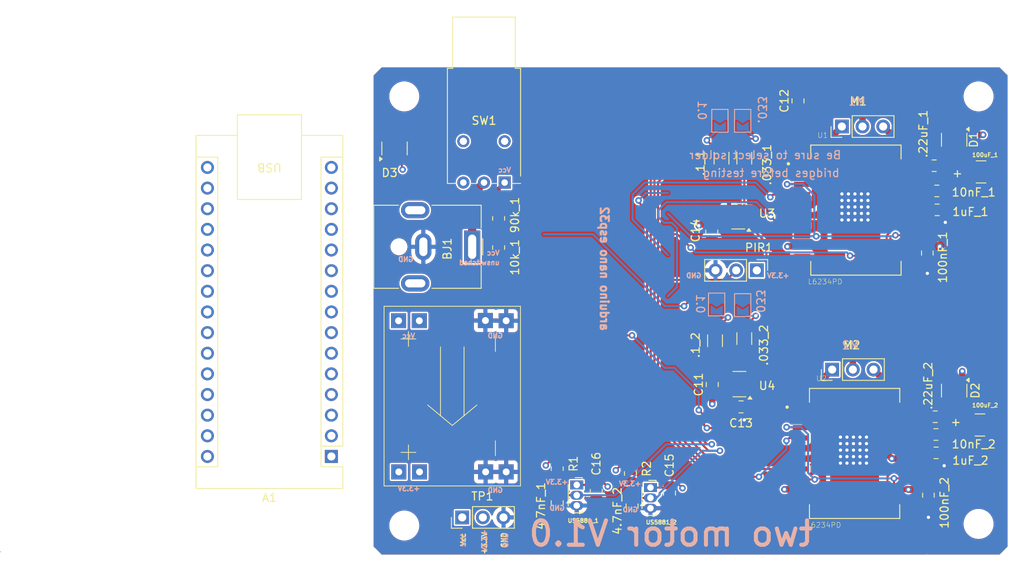
<source format=kicad_pcb>
(kicad_pcb (version 20240108) (generator "pcbnew") (generator_version "8.0")
  (layers (0 "F.Cu" signal) (1 "In1.Cu" signal) (2 "In2.Cu" signal) (31 "B.Cu" signal) (34 "B.Paste" user) (35 "F.Paste" user) (36 "B.SilkS" user "B.Silkscreen") (37 "F.SilkS" user "F.Silkscreen") (38 "B.Mask" user) (39 "F.Mask" user) (44 "Edge.Cuts" user))
  (net 0 "")
  (net 1 "VBOOT1")
  (net 2 "GND")
  (net 3 "VCP1")
  (net 4 "VREF1")
  (net 5 "Vcc")
  (net 6 "VBOOT2")
  (net 7 "VREF2")
  (net 8 "VCP2")
  (net 10 "M1_IN2")
  (net 11 "V1")
  (net 12 "U1")
  (net 13 "M1_IN1")
  (net 14 "M1_IN3")
  (net 15 "W1")
  (net 16 "W2")
  (net 17 "M2_IN3")
  (net 18 "M2_IN1")
  (net 19 "U2")
  (net 20 "V2")
  (net 21 "M2_IN2")
  (net 24 "PIR")
  (net 25 "SENSE1_2_out")
  (net 26 "Vcc_sense")
  (net 31 "+3.3V")
  (net 32 "SENSE1_1_out")
  (net 33 "M2_EN")
  (net 35 "M1_EN")
  (net 41 "Net-(SW1-B)")
  (net 42 "Net-(U3-REF)")
  (net 43 "Net-(U4-REF)")
  (net 44 "SENSE1_1")
  (net 45 "SENSE1_2")
  (net 47 "Net-(JP1-B)")
  (net 48 "Net-(JP3-B)")
  (net 49 "Net-(JP4-B)")
  (net 50 "Net-(.033_1-Pad2)")
  (net 51 "HS2")
  (net 52 "HS1")
  (net 53 "Net-(10nF_1-Pad1)")
  (net 54 "Net-(10nF_2-Pad1)")
  (footprint "Converter_DCDC:my_buck_boost" (layer "F.Cu") (at 147.7 133.475 -90)
    (property "Reference" "U5" (hide yes))
    (property "Value" "my_buck_boost" (hide yes))
  )
  (footprint "Capacitor_SMD:C_1210_3225Metric" (layer "F.Cu") (at 212.704 105.89)
    (property "Reference" "100uF_1")
    (property "Value" "100uF")
  )
  (footprint "Capacitor_SMD:C_0805_2012Metric" (layer "F.Cu") (at 206.1 115.8745 -90)
    (property "Reference" "100nF_1")
    (property "Value" "100nF")
  )
  (footprint "Capacitor_SMD:C_0805_2012Metric" (layer "F.Cu") (at 207.31 110.56)
    (property "Reference" "1uF_1")
    (property "Value" "1uF")
  )
  (footprint "SOIC127P1420X360-21N" (layer "F.Cu") (at 197.32 110.59)
    (property "Reference" "U1")
    (property "Value" "L6234PD")
  )
  (footprint "Capacitor_SMD:C_0805_2012Metric" (layer "F.Cu") (at 207.2725 108.23 180)
    (property "Reference" "10nF_1")
    (property "Value" "10nF")
  )
  (footprint "Capacitor_SMD:C_0805_2012Metric" (layer "F.Cu") (at 206.9405 105.128 180)
    (property "Reference" ".22uF_1")
    (property "Value" ".22uF")
  )
  (footprint "SOIC127P1420X360-21N" (layer "F.Cu") (at 197.16 140.53)
    (property "Reference" "U2")
    (property "Value" "L6234PD")
  )
  (footprint "Capacitor_SMD:C_0805_2012Metric" (layer "F.Cu") (at 207.07 136.012 180)
    (property "Reference" ".22uF_2")
    (property "Value" ".22uF")
  )
  (footprint "Capacitor_SMD:C_0805_2012Metric" (layer "F.Cu") (at 207.16 138.2 180)
    (property "Reference" "10nF_2")
    (property "Value" "10nF")
  )
  (footprint "Capacitor_SMD:C_1210_3225Metric" (layer "F.Cu") (at 212.57 137.028)
    (property "Reference" "100uF_2")
    (property "Value" "100uF")
  )
  (footprint "Capacitor_SMD:C_0805_2012Metric" (layer "F.Cu") (at 206.234 145.664 -90)
    (property "Reference" "100nF_2")
    (property "Value" "100nF")
  )
  (footprint "Capacitor_SMD:C_0805_2012Metric" (layer "F.Cu") (at 207.1775 140.46)
    (property "Reference" "1uF_2")
    (property "Value" "1uF")
  )
  (footprint "Connector_PinHeader_2.54mm:PinHeader_1x03_P2.54mm_Vertical" (layer "F.Cu") (at 195.593 100.305 90)
    (property "Reference" "M1")
    (property "Value" "Conn_01x03")
  )
  (footprint "Connector_PinHeader_2.54mm:PinHeader_1x03_P2.54mm_Vertical" (layer "F.Cu") (at 194.4025 130.21 90)
    (property "Reference" "M2")
    (property "Value" "Conn_01x03")
  )
  (footprint "Connector_BarrelJack:BarrelJack_CUI_PJ-063AH_Horizontal" (layer "F.Cu") (at 150.145 115.1 -90)
    (property "Reference" "BJ1")
    (property "Value" "Barrel_Jack")
  )
  (footprint "MountingHole:MountingHole_3.2mm_M3" (layer "F.Cu") (at 212.4 149.2)
    (property "Reference" "REF**" (hide yes))
    (property "Value" "MountingHole_3.2mm_M3" (hide yes))
  )
  (footprint "Button_Switch_THT:SW_NKK_BB15AH" (layer "F.Cu") (at 154.14 107.2 180)
    (property "Reference" "SW1")
    (property "Value" "SW_SPDT")
  )
  (footprint "MountingHole:MountingHole_3.2mm_M3" (layer "F.Cu") (at 141.8 149.4)
    (property "Reference" "REF**" (hide yes))
    (property "Value" "MountingHole_3.2mm_M3" (hide yes))
  )
  (footprint "MountingHole:MountingHole_3.2mm_M3" (layer "F.Cu") (at 212.4 96.6)
    (property "Reference" "REF**" (hide yes))
    (property "Value" "MountingHole_3.2mm_M3" (hide yes))
  )
  (footprint "Sensor_Current:Diodes_SIP-3_4.1x1.5mm_P1.27mm" (layer "F.Cu") (at 163 144.4 -90)
    (property "Reference" "US5881_1")
    (property "Value" "hall_effect_three_wire")
  )
  (footprint "Module:Arduino_Nano" (layer "F.Cu") (at 132.84 140.9 180)
    (property "Reference" "A1")
    (property "Value" "Arduino_Nano_ESP32")
  )
  (footprint "Resistor_SMD:R_0805_2012Metric" (layer "F.Cu") (at 160.6 142.4 -90)
    (property "Reference" "R1")
    (property "Value" "10k")
  )
  (footprint "Capacitor_SMD:C_0805_2012Metric" (layer "F.Cu") (at 169.8 147 -90)
    (property "Reference" "4.7nF_2")
    (property "Value" "4.7nF")
  )
  (footprint "Resistor_SMD:R_0805_2012Metric" (layer "F.Cu") (at 153.4 111.60625 -90)
    (property "Reference" "90k_1")
    (property "Value" "90k")
  )
  (footprint "Connector_PinHeader_2.54mm:PinHeader_1x03_P2.54mm_Vertical" (layer "F.Cu") (at 185.14 118 -90)
    (property "Reference" "PIR1")
    (property "Value" "Conn_01x03")
  )
  (footprint "Resistor_SMD:R_0805_2012Metric" (layer "F.Cu") (at 153.4 115.19375 -90)
    (property "Reference" "10k_1")
    (property "Value" "10k")
  )
  (footprint "Package_TO_SOT_SMD:SOT-23-6" (layer "F.Cu") (at 183 132 180)
    (property "Reference" "U4")
    (property "Value" "INA181")
  )
  (footprint "Resistor_SMD:R_1206_3216Metric" (layer "F.Cu") (at 180.8 104.2 90)
    (property "Reference" ".1_1")
    (property "Value" ".1")
  )
  (footprint "Resistor_SMD:R_1206_3216Metric" (layer "F.Cu") (at 183.6 104.2 90)
    (property "Reference" ".033_1")
    (property "Value" ".033")
  )
  (footprint "Capacitor_SMD:C_0805_2012Metric" (layer "F.Cu") (at 179.6625 132.05 90)
    (property "Reference" "C11")
    (property "Value" "100nF")
  )
  (footprint "Package_TO_SOT_SMD:SOT-23-3" (layer "F.Cu") (at 209.4 132.8 -90)
    (property "Reference" "D2")
    (property "Value" "BAT54S")
  )
  (footprint "Resistor_SMD:R_0805_2012Metric" (layer "F.Cu") (at 169.6 143 -90)
    (property "Reference" "R2")
    (property "Value" "10k")
  )
  (footprint "Package_TO_SOT_SMD:SOT-23-3" (layer "F.Cu") (at 140.6 103 90)
    (property "Reference" "D3")
    (property "Value" "BAT54S")
  )
  (footprint "Capacitor_SMD:C_0805_2012Metric" (layer "F.Cu") (at 183.2 134.8)
    (property "Reference" "C13")
    (property "Value" "100nF")
  )
  (footprint "Connector_PinHeader_2.54mm:PinHeader_1x03_P2.54mm_Vertical" (layer "F.Cu") (at 148.92 148.4 90)
    (property "Reference" "TP1")
    (property "Value" "Conn_01x03")
  )
  (footprint "Capacitor_SMD:C_0805_2012Metric" (layer "F.Cu") (at 190.2 97.15 90)
    (property "Reference" "C12")
    (property "Value" "100nF")
  )
  (footprint "Sensor_Current:Diodes_SIP-3_4.1x1.5mm_P1.27mm" (layer "F.Cu") (at 172.065 144.73 -90)
    (property "Reference" "US5881_2")
    (property "Value" "hall_effect_three_wire")
  )
  (footprint "Capacitor_SMD:C_0805_2012Metric" (layer "F.Cu") (at 165.4 145.2 -90)
    (property "Reference" "C16")
    (property "Value" "100nF")
  )
  (footprint "MountingHole:MountingHole_3.2mm_M3" (layer "F.Cu") (at 141.8 96.6)
    (property "Reference" "REF**" (hide yes))
    (property "Value" "MountingHole_3.2mm_M3" (hide yes))
  )
  (footprint "Resistor_SMD:R_1206_3216Metric" (layer "F.Cu") (at 180 126.6625 90)
    (property "Reference" ".1_2")
    (property "Value" ".1")
  )
  (footprint "Resistor_SMD:R_1206_3216Metric" (layer "F.Cu") (at 183.6 126.4 90)
    (property "Reference" ".033_2")
    (property "Value" ".033")
  )
  (footprint "Package_TO_SOT_SMD:SOT-23-3" (layer "F.Cu") (at 209.4 101.9375 -90)
    (property "Reference" "D1")
    (property "Value" "BAT54S")
  )
  (footprint "Capacitor_SMD:C_0805_2012Metric" (layer "F.Cu") (at 160.6 146.6 -90)
    (property "Reference" "4.7nF_1")
    (property "Value" "4.7nF")
  )
  (footprint "Package_TO_SOT_SMD:SOT-23-6" (layer "F.Cu") (at 182.8625 111.35 180)
    (property "Reference" "U3")
    (property "Value" "INA181")
  )
  (footprint "Capacitor_SMD:C_0805_2012Metric" (layer "F.Cu") (at 179.6 113.3 -90)
    (property "Reference" "C14")
    (property "Value" "100nF")
  )
  (footprint "Capacitor_SMD:C_0805_2012Metric" (layer "F.Cu") (at 174.4 145.4 -90)
    (property "Reference" "C15")
    (property "Value" "100nF")
  )
  (footprint "Jumper:SolderJumper-2_P1.3mm_Open_TrianglePad1.0x1.5mm" (layer "B.Cu") (at 183.4 99.6 -90)
    (property "Reference" "JP5" (hide yes))
    (property "Value" "SolderJumper_2_Open")
  )
  (footprint "Jumper:SolderJumper-2_P1.3mm_Open_TrianglePad1.0x1.5mm" (layer "B.Cu") (at 180.6 99.6 -90)
    (property "Reference" "JP1" (hide yes))
    (property "Value" "SolderJumper_2_Open")
  )
  (footprint "Jumper:SolderJumper-2_P1.3mm_Open_TrianglePad1.0x1.5mm" (layer "B.Cu") (at 180.2 122.2 -90)
    (property "Reference" "JP4" (hide yes))
    (property "Value" "SolderJumper_2_Open")
  )
  (footprint "Jumper:SolderJumper-2_P1.3mm_Open_TrianglePad1.0x1.5mm" (layer "B.Cu") (at 183.4 122.275 -90)
    (property "Reference" "JP3" (hide yes))
    (property "Value" "SolderJumper_2_Open")
  )
  (gr_line (start 206.004826 152.991364) (end 206 153) (stroke (width 0.099999)) (layer "Edge.Cuts"))
  (gr_poly (pts (xy 139 93) (xy 138 94) (xy 138 152) (xy 139 153) (xy 215 153) (xy 216 152) (xy 216 94) (xy 215 93)) (stroke (width 0.05)) (fill none) (layer "Edge.Cuts"))
  (gr_line (start 205.958344 153.022352) (end 205.955804 153.022098) (stroke (width 0.099999)) (layer "Edge.Cuts"))
  (gr_line (start 206.008636 152.97206) (end 206.008382 152.9746) (stroke (width 0.099999)) (layer "Edge.Cuts"))
  (gr_line (start 92.20454 152.640037) (end 92.202 152.640291) (stroke (width 0.099999)) (layer "Edge.Cuts"))
  (gr_line (start 92.160344 152.617939) (end 92.155517 152.609303) (stroke (width 0.099999)) (layer "Edge.Cuts"))
  (gr_line (start 92.152723 152.599905) (end 92.151707 152.589999) (stroke (width 0.099999)) (layer "Edge.Cuts"))
  (gr_line (start 205.986284 153.013716) (end 205.977648 153.018542) (stroke (width 0.099999)) (layer "Edge.Cuts"))
  (gr_line (start 92.155517 152.609303) (end 92.152723 152.599905) (stroke (width 0.099999)) (layer "Edge.Cuts"))
  (gr_line (start 92.16644 152.625559) (end 92.160344 152.617939) (stroke (width 0.099999)) (layer "Edge.Cuts"))
  (gr_line (start 92.202 152.640291) (end 92.192094 152.639275) (stroke (width 0.099999)) (layer "Edge.Cuts"))
  (gr_line (start 206.008382 152.96952) (end 206.008636 152.97206) (stroke (width 0.099999)) (layer "Edge.Cuts"))
  (gr_line (start 205.96825 153.021336) (end 205.958344 153.022352) (stroke (width 0.099999)) (layer "Edge.Cuts"))
  (gr_line (start 92.174059 152.631655) (end 92.16644 152.625559) (stroke (width 0.099999)) (layer "Edge.Cuts"))
  (gr_line (start 92.151707 152.589999) (end 92.151962 152.587459) (stroke (width 0.099999)) (layer "Edge.Cuts"))
  (gr_line (start 205.977648 153.018542) (end 205.96825 153.021336) (stroke (width 0.099999)) (layer "Edge.Cuts"))
  (gr_line (start 92.182696 152.636481) (end 92.174059 152.631655) (stroke (width 0.099999)) (layer "Edge.Cuts"))
  (gr_line (start 206 153) (end 205.993904 153.00762) (stroke (width 0.099999)) (layer "Edge.Cuts"))
  (gr_line (start 92.192094 152.639275) (end 92.182696 152.636481) (stroke (width 0.099999)) (layer "Edge.Cuts"))
  (gr_line (start 206.00762 152.981966) (end 206.004826 152.991364) (stroke (width 0.099999)) (layer "Edge.Cuts"))
  (gr_line (start 205.993904 153.00762) (end 205.986284 153.013716) (stroke (width 0.099999)) (layer "Edge.Cuts"))
  (gr_line (start 206.008382 152.9746) (end 206.00762 152.981966) (stroke (width 0.099999)) (layer "Edge.Cuts"))
  (gr_text "unswitched\n" (at 153.6 117.4 0) (layer "B.SilkS") (effects (font (size 0.6 0.6)) (justify left bottom mirror)))
  (gr_text "Be sure to select solder" (at 195.6 104.4 0) (layer "B.SilkS") (effects (font (size 1 1)) (justify left bottom mirror)))
  (gr_text "+3.3V\n" (at 143.8 145.2 0) (layer "B.SilkS") (effects (font (size 0.6 0.6)) (justify left bottom mirror)))
  (gr_text "+3.3V\n" (at 152 149.8 90) (layer "B.SilkS") (effects (font (size 0.6 0.6)) (justify left bottom mirror)))
  (gr_text "GND" (at 154 126.4 0) (layer "B.SilkS") (effects (font (size 0.6 0.6)) (justify left bottom mirror)))
  (gr_text "bridges before testing" (at 195.4 106.6 0) (layer "B.SilkS") (effects (font (size 1 1)) (justify left bottom mirror)))
  (gr_text "+3.3V\n" (at 162 144.4 0) (layer "B.SilkS") (effects (font (size 0.6 0.6)) (justify left bottom mirror)))
  (gr_text "GND" (at 178.4 119 0) (layer "B.SilkS") (effects (font (size 0.6 0.6)) (justify left bottom mirror)))
  (gr_text "0.1\n" (at 177.6 123.4 270) (layer "B.SilkS") (effects (font (size 1 1)) (justify left bottom mirror)))
  (gr_text ".033" (at 185.2 100 -90) (layer "B.SilkS") (effects (font (size 1 1)) (justify left bottom mirror)))
  (gr_text "GND" (at 154.6 150.2 90) (layer "B.SilkS") (effects (font (size 0.6 0.6)) (justify left bottom mirror)))
  (gr_text "+3.3V\n" (at 171 144.6 0) (layer "B.SilkS") (effects (font (size 0.6 0.6)) (justify left bottom mirror)))
  (gr_text "arduino nano esp32" (at 166.4 117.8 -90) (layer "B.SilkS") (effects (font (size 1 1) (thickness 0.25) (bold yes)) (justify mirror)))
  (gr_text "GND" (at 161.6 147.6 0) (layer "B.SilkS") (effects (font (size 0.6 0.6)) (justify left bottom mirror)))
  (gr_text "M1" (at 198.6 97.8 0) (layer "B.SilkS") (effects (font (size 1 1)) (justify left bottom mirror)))
  (gr_text ".033" (at 185 123.8 -90) (layer "B.SilkS") (effects (font (size 1 1)) (justify left bottom mirror)))
  (gr_text "two motor V1.0" (at 174.6 150.4 0) (layer "B.SilkS") (effects (font (size 3 3) (thickness 0.5) (bold yes)) (justify mirror)))
  (gr_text "Vcc" (at 143.2 126.4 0) (layer "B.SilkS") (effects (font (size 0.6 0.6)) (justify left bottom mirror)))
  (gr_text "+3.3V\n" (at 189.2 119 0) (layer "B.SilkS") (effects (font (size 0.6 0.6)) (justify left bottom mirror)))
  (gr_text "M2" (at 197.8 127.8 0) (layer "B.SilkS") (effects (font (size 1 1)) (justify left bottom mirror)))
  (gr_text "GND" (at 143 117 0) (layer "B.SilkS") (effects (font (size 0.6 0.6)) (justify left bottom mirror)))
  (gr_text "Vcc" (at 153.6 116.2 0) (layer "B.SilkS") (effects (font (size 0.6 0.6)) (justify left bottom mirror)))
  (gr_text "GND" (at 170.6 147.8 0) (layer "B.SilkS") (effects (font (size 0.6 0.6)) (justify left bottom mirror)))
  (gr_text "Vcc" (at 155 106 0) (layer "B.SilkS") (effects (font (size 0.6 0.6)) (justify left bottom mirror)))
  (gr_text "0.1\n" (at 177.8 99.6 270) (layer "B.SilkS") (effects (font (size 1 1)) (justify left bottom mirror)))
  (gr_text "GND" (at 154 145.4 0) (layer "B.SilkS") (effects (font (size 0.6 0.6)) (justify left bottom mirror)))
  (gr_text "Vcc\n" (at 149.4 150.4 90) (layer "B.SilkS") (effects (font (size 0.6 0.6)) (justify left bottom mirror)))
  (gr_text "+" (at 209.8 106.2 180) (layer "F.SilkS") (effects (font (size 1 1))))
  (gr_text "Vcc\n" (at 149.4 152 90) (layer "F.SilkS") (effects (font (size 0.6 0.6)) (justify left bottom)))
  (gr_text "GND" (at 154.4 152.2 90) (layer "F.SilkS") (effects (font (size 0.6 0.6)) (justify left bottom)))
  (gr_text "+3.3V\n" (at 152 153 90) (layer "F.SilkS") (effects (font (size 0.6 0.6)) (justify left bottom)))
  (gr_text "+" (at 209.6 136.8 180) (layer "F.SilkS") (effects (font (size 1 1))))
  (segment (start 208.1475 104.87) (end 208.1475 101.5725) (width 0.25) (layer "F.Cu") (net 1))
  (segment (start 207.591263 105.426237) (end 207.591263 106.248737) (width 0.25) (layer "F.Cu") (net 1))
  (segment (start 203.93 107.415) (end 205.6025 107.415) (width 0.25) (layer "F.Cu") (net 1))
  (segment (start 208.1475 101.5725) (end 208.39 101.33) (width 0.25) (layer "F.Cu") (net 1))
  (segment (start 205.6025 107.415) (end 206.4475 106.57) (width 0.25) (layer "F.Cu") (net 1))
  (segment (start 206.4475 106.57) (end 207.27 106.57) (width 0.25) (layer "F.Cu") (net 1))
  (segment (start 208.1475 104.87) (end 207.591263 105.426237) (width 0.25) (layer "F.Cu") (net 1))
  (segment (start 207.591263 106.248737) (end 207.27 106.57) (width 0.25) (layer "F.Cu") (net 1))
  (segment (start 208.1075 141.9775) (end 208.17 142.04) (width 0.25) (layer "F.Cu") (net 2))
  (segment (start 208.1075 140.5) (end 208.1075 141.9775) (width 0.25) (layer "F.Cu") (net 2))
  (segment (start 214.104 103.2615) (end 214.2405 103.125) (width 1) (layer "F.Cu") (net 2))
  (segment (start 205.8775 146.245) (end 206.234 146.6015) (width 0.25) (layer "F.Cu") (net 2))
  (segment (start 206.1 116.812) (end 206.1 118.375) (width 0.8) (layer "F.Cu") (net 2))
  (segment (start 203.93 116.305) (end 205.593 116.305) (width 0.8) (layer "F.Cu") (net 2))
  (segment (start 203.77 146.245) (end 205.8775 146.245) (width 0.25) (layer "F.Cu") (net 2))
  (segment (start 206.234 146.6015) (end 206.234 148.3885) (width 1) (layer "F.Cu") (net 2))
  (segment (start 213.97 137.028) (end 213.97 135.603) (width 1) (layer "F.Cu") (net 2))
  (segment (start 184.15 134.8) (end 184.15 135.85) (width 0.25) (layer "F.Cu") (net 2))
  (segment (start 208.2475 110.56) (end 208.2475 112.0375) (width 0.25) (layer "F.Cu") (net 2))
  (segment (start 184.15 135.85) (end 183.6 136.4) (width 0.25) (layer "F.Cu") (net 2))
  (segment (start 213.97 135.603) (end 214.108 135.465) (width 1) (layer "F.Cu") (net 2))
  (segment (start 203.93 106.145) (end 203.93 104.875) (width 0.25) (layer "F.Cu") (net 2))
  (segment (start 214.108 135.465) (end 214.108 134.678) (width 1) (layer "F.Cu") (net 2))
  (segment (start 214.104 105.89) (end 214.104 103.2615) (width 1) (layer "F.Cu") (net 2))
  (segment (start 205.593 116.305) (end 206.1 116.812) (width 0.8) (layer "F.Cu") (net 2))
  (segment (start 203.93 104.875) (end 206.2675 104.875) (width 0.25) (layer "F.Cu") (net 2))
  (segment (start 208.2475 112.0375) (end 208.31 112.1) (width 0.25) (layer "F.Cu") (net 2))
  (via (at 208.31 112.1) (size 0.8) (drill 0.4) (layers "F.Cu" "B.Cu") (net 2))
  (via (at 198 111.8) (size 0.8) (drill 0.4) (layers "F.Cu" "B.Cu") (net 2))
  (via (at 197.2 111.8) (size 0.8) (drill 0.4) (layers "F.Cu" "B.Cu") (net 2))
  (via (at 196.4 111.8) (size 0.8) (drill 0.4) (layers "F.Cu" "B.Cu") (net 2))
  (via (at 195.6 111.8) (size 0.8) (drill 0.4) (layers "F.Cu" "B.Cu") (net 2))
  (via (at 198.8 111) (size 0.8) (drill 0.4) (layers "F.Cu" "B.Cu") (net 2))
  (via (at 198 111) (size 0.8) (drill 0.4) (layers "F.Cu" "B.Cu") (net 2))
  (via (at 197.2 111) (size 0.8) (drill 0.4) (layers "F.Cu" "B.Cu") (net 2))
  (via (at 196.4 111) (size 0.8) (drill 0.4) (layers "F.Cu" "B.Cu") (net 2))
  (via (at 195.6 111) (size 0.8) (drill 0.4) (layers "F.Cu" "B.Cu") (net 2))
  (via (at 198.8 110.2) (size 0.8) (drill 0.4) (layers "F.Cu" "B.Cu") (net 2))
  (via (at 198 110.2) (size 0.8) (drill 0.4) (layers "F.Cu" "B.Cu") (net 2))
  (via (at 197.2 110.2) (size 0.8) (drill 0.4) (layers "F.Cu" "B.Cu") (net 2))
  (via (at 196.4 110.2) (size 0.8) (drill 0.4) (layers "F.Cu" "B.Cu") (net 2))
  (via (at 195.6 110.2) (size 0.8) (drill 0.4) (layers "F.Cu" "B.Cu") (net 2))
  (via (at 198.8 109.4) (size 0.8) (drill 0.4) (layers "F.Cu" "B.Cu") (net 2))
  (via (at 198 109.4) (size 0.8) (drill 0.4) (layers "F.Cu" "B.Cu") (net 2))
  (via (at 197.2 109.4) (size 0.8) (drill 0.4) (layers "F.Cu" "B.Cu") (net 2))
  (via (at 196.4 109.4) (size 0.8) (drill 0.4) (layers "F.Cu" "B.Cu") (net 2))
  (via (at 195.6 109.4) (size 0.8) (drill 0.4) (layers "F.Cu" "B.Cu") (net 2))
  (via (at 198.8 108.6) (size 0.8) (drill 0.4) (layers "F.Cu" "B.Cu") (net 2))
  (via (at 198 108.6) (size 0.8) (drill 0.4) (layers "F.Cu" "B.Cu") (net 2))
  (via (at 197.2 108.6) (size 0.8) (drill 0.4) (layers "F.Cu" "B.Cu") (net 2))
  (via (at 196.4 108.6) (size 0.8) (drill 0.4) (layers "F.Cu" "B.Cu") (net 2))
  (via (at 195.6 108.6) (size 0.8) (drill 0.4) (layers "F.Cu" "B.Cu") (net 2))
  (via (at 197.82 140.92) (size 0.8) (drill 0.4) (layers "F.Cu" "B.Cu") (net 2))
  (via (at 198.62 140.92) (size 0.8) (drill 0.4) (layers "F.Cu" "B.Cu") (net 2))
  (via (at 197.82 141.72) (size 0.8) (drill 0.4) (layers "F.Cu" "B.Cu") (net 2))
  (via (at 197.02 141.72) (size 0.8) (drill 0.4) (layers "F.Cu" "B.Cu") (net 2))
  (via (at 196.22 141.72) (size 0.8) (drill 0.4) (layers "F.Cu" "B.Cu") (net 2))
  (via (at 195.42 141.72) (size 0.8) (drill 0.4) (layers "F.Cu" "B.Cu") (net 2))
  (via (at 197.02 139.32) (size 0.8) (drill 0.4) (layers "F.Cu" "B.Cu") (net 2))
  (via (at 198.62 139.32) (size 0.8) (drill 0.4) (layers "F.Cu" "B.Cu") (net 2))
  (via (at 195.42 140.12) (size 0.8) (drill 0.4) (layers "F.Cu" "B.Cu") (net 2))
  (via (at 195.42 139.32) (size 0.8) (drill 0.4) (layers "F.Cu" "B.Cu") (net 2))
  (via (at 197.82 139.32) (size 0.8) (drill 0.4) (layers "F.Cu" "B.Cu") (net 2))
  (via (at 198.62 138.52) (size 0.8) (drill 0.4) (layers "F.Cu" "B.Cu") (net 2))
  (via (at 196.22 140.12) (size 0.8) (drill 0.4) (layers "F.Cu" "B.Cu") (net 2))
  (via (at 196.22 138.52) (size 0.8) (drill 0.4) (layers "F.Cu" "B.Cu") (net 2))
  (via (at 197.82 138.52) (size 0.8) (drill 0.4) (layers "F.Cu" "B.Cu") (net 2))
  (via (at 196.22 139.32) (size 0.8) (drill 0.4) (layers "F.Cu" "B.Cu") (net 2))
  (via (at 197.02 138.52) (size 0.8) (drill 0.4) (layers "F.Cu" "B.Cu") (net 2))
  (via (at 197.02 140.12) (size 0.8) (drill 0.4) (layers "F.Cu" "B.Cu") (net 2))
  (via (at 198.62 140.12) (size 0.8) (drill 0.4) (layers "F.Cu" "B.Cu") (net 2))
  (via (at 197.82 140.12) (size 0.8) (drill 0.4) (layers "F.Cu" "B.Cu") (net 2))
  (via (at 198.62 141.72) (size 0.8) (drill 0.4) (layers "F.Cu" "B.Cu") (net 2))
  (via (at 196.22 140.92) (size 0.8) (drill 0.4) (layers "F.Cu" "B.Cu") (net 2))
  (via (at 197.02 140.92) (size 0.8) (drill 0.4) (layers "F.Cu" "B.Cu") (net 2))
  (via (at 195.42 140.92) (size 0.8) (drill 0.4) (layers "F.Cu" "B.Cu") (net 2))
  (via (at 195.42 138.52) (size 0.8) (drill 0.4) (layers "F.Cu" "B.Cu") (net 2))
  (via (at 208.17 142.04) (size 0.8) (drill 0.4) (layers "F.Cu" "B.Cu") (net 2))
  (via (at 198.8 111.8) (size 0.8) (drill 0.4) (layers "F.Cu" "B.Cu") (net 2))
  (via (at 206.1 118.375) (size 0.8) (drill 0.4) (layers "F.Cu" "B.Cu") (net 2))
  (via (at 206.234 148.3885) (size 0.8) (drill 0.4) (layers "F.Cu" "B.Cu") (net 2))
  (via (at 183.6 136.4) (size 0.8) (drill 0.4) (layers "F.Cu" "B.Cu") (net 2))
  (segment (start 203.93 108.685) (end 205.88 108.685) (width 0.25) (layer "F.Cu") (net 3))
  (segment (start 205.88 108.685) (end 206.335 108.23) (width 0.25) (layer "F.Cu") (net 3))
  (segment (start 203.93 109.955) (end 205.7675 109.955) (width 0.25) (layer "F.Cu") (net 4))
  (segment (start 205.7675 109.955) (end 206.3725 110.56) (width 0.25) (layer "F.Cu") (net 4))
  (segment (start 206.2275 115.0525) (end 203.9475 115.0525) (width 0.8) (layer "F.Cu") (net 5))
  (segment (start 190.32 144.945) (end 188.535 144.945) (width 0.8) (layer "F.Cu") (net 5))
  (segment (start 205.9275 144.9325) (end 203.6475 144.9325) (width 0.8) (layer "F.Cu") (net 5))
  (segment (start 206.26 144.9325) (end 206.0375 144.9325) (width 0.8) (layer "F.Cu") (net 5))
  (segment (start 188.535 144.945) (end 188.53 144.95) (width 0.8) (layer "F.Cu") (net 5))
  (segment (start 203.6475 144.9325) (end 203.63 144.915) (width 0.8) (layer "F.Cu") (net 5))
  (segment (start 206.0375 144.9325) (end 205.9275 144.9325) (width 0.8) (layer "F.Cu") (net 5))
  (segment (start 206.0875 144.9925) (end 203.8075 144.9925) (width 0.8) (layer "F.Cu") (net 5))
  (segment (start 208.8825 144.9925) (end 206.42 144.9925) (width 0.8) (layer "F.Cu") (net 5))
  (segment (start 206.1975 144.9925) (end 206.0875 144.9925) (width 0.8) (layer "F.Cu") (net 5))
  (segment (start 206.42 144.9925) (end 206.1975 144.9925) (width 0.8) (layer "F.Cu") (net 5))
  (segment (start 203.8075 144.9925) (end 203.79 144.975) (width 0.8) (layer "F.Cu") (net 5))
  (segment (start 212.958 101.318) (end 212.958 101.318) (width 0.8) (layer "F.Cu") (net 5))
  (segment (start 211.07 142.88) (end 208.92 145.03) (width 0.8) (layer "F.Cu") (net 5))
  (segment (start 153.4 110.69375) (end 152.7 110.69375) (width 0.5) (layer "F.Cu") (net 5))
  (segment (start 211.202 101.318) (end 212.958 101.318) (width 0.8) (layer "F.Cu") (net 5))
  (segment (start 188.93875 115.035) (end 188.89875 115.075) (width 0.8) (layer "F.Cu") (net 5))
  (segment (start 210.4 132.05) (end 210.232 132.218) (width 0.8) (layer "F.Cu") (net 5))
  (segment (start 211.202 101.318) (end 211.304 101.42) (width 1) (layer "F.Cu") (net 5))
  (segment (start 211.304 111.354) (end 211.304 105.89) (width 1) (layer "F.Cu") (net 5))
  (segment (start 211.304 101.42) (end 211.304 105.89) (width 1) (layer "F.Cu") (net 5))
  (segment (start 206.56 115.0525) (end 206.3375 115.0525) (width 0.8) (layer "F.Cu") (net 5))
  (segment (start 206.197 115.034) (end 206.1 114.937) (width 1) (layer "F.Cu") (net 5))
  (segment (start 203.9475 115.0525) (end 203.93 115.035) (width 0.8) (layer "F.Cu") (net 5))
  (segment (start 210.4 130.4) (end 210.4 132.05) (width 0.8) (layer "F.Cu") (net 5))
  (segment (start 153.4 107.94) (end 154.14 107.2) (width 0.5) (layer "F.Cu") (net 5))
  (segment (start 210.29 101.33) (end 211.19 101.33) (width 0.8) (layer "F.Cu") (net 5))
  (segment (start 153.4 110.69375) (end 153.4 107.94) (width 0.5) (layer "F.Cu") (net 5))
  (segment (start 211.07 133.056) (end 210.232 132.218) (width 0.8) (layer "F.Cu") (net 5))
  (segment (start 207.624 115.034) (end 211.304 111.354) (width 1) (layer "F.Cu") (net 5))
  (segment (start 211.07 142.88) (end 211.07 133.056) (width 0.8) (layer "F.Cu") (net 5))
  (segment (start 190.71 115.035) (end 188.93875 115.035) (width 0.8) (layer "F.Cu") (net 5))
  (segment (start 206.3375 115.0525) (end 206.2275 115.0525) (width 0.8) (layer "F.Cu") (net 5))
  (segment (start 211.19 101.33) (end 211.24 101.38) (width 0.8) (layer "F.Cu") (net 5))
  (segment (start 211.19 101.33) (end 211.202 101.318) (width 0.8) (layer "F.Cu") (net 5))
  (segment (start 207.624 115.034) (end 206.197 115.034) (width 1) (layer "F.Cu") (net 5))
  (via (at 188.53 144.95) (size 0.8) (drill 0.4) (layers "F.Cu" "B.Cu") (net 5))
  (via (at 207.624 115.034) (size 0.8) (drill 0.4) (layers "F.Cu" "B.Cu") (net 5))
  (via (at 203.77 144.975) (size 0.8) (drill 0.4) (layers "F.Cu" "B.Cu") (net 5))
  (via (at 212.958 101.318) (size 0.8) (drill 0.4) (layers "F.Cu" "B.Cu") (net 5))
  (via (at 210.4 130.4) (size 0.8) (drill 0.4) (layers "F.Cu" "B.Cu") (net 5))
  (via (at 188.89875 115.075) (size 0.8) (drill 0.4) (layers "F.Cu" "B.Cu") (net 5))
  (segment (start 205.32501 137.17499) (end 206.84451 137.17499) (width 0.25) (layer "F.Cu") (net 6))
  (segment (start 205.145 137.355) (end 205.4625 137.355) (width 0.25) (layer "F.Cu") (net 6))
  (segment (start 205.145 137.355) (end 205.32501 137.17499) (width 0.25) (layer "F.Cu") (net 6))
  (segment (start 203.79 137.355) (end 205.145 137.355) (width 0.25) (layer "F.Cu") (net 6))
  (segment (start 208.0075 132.9685) (end 208.332 132.644) (width 0.25) (layer "F.Cu") (net 6))
  (segment (start 208.0075 134.81) (end 208.0075 134.2385) (width 0.25) (layer "F.Cu") (net 6))
  (segment (start 208.0075 136.012) (end 208.0075 134.2385) (width 0.25) (layer "F.Cu") (net 6))
  (segment (start 208.332 132.644) (end 208.332 132.218) (width 0.25) (layer "F.Cu") (net 6))
  (segment (start 206.84451 137.17499) (end 208.0075 136.012) (width 0.25) (layer "F.Cu") (net 6))
  (segment (start 208.0075 134.2385) (end 208.0075 132.9685) (width 0.25) (layer "F.Cu") (net 6))
  (segment (start 205.6275 139.895) (end 206.2325 140.5) (width 0.25) (layer "F.Cu") (net 7))
  (segment (start 203.79 139.895) (end 205.6275 139.895) (width 0.25) (layer "F.Cu") (net 7))
  (segment (start 205.74 138.625) (end 206.195 138.17) (width 0.25) (layer "F.Cu") (net 8))
  (segment (start 203.79 138.625) (end 205.74 138.625) (width 0.25) (layer "F.Cu") (net 8))
  (segment (start 187.115 108.685) (end 186.8 109) (width 0.25) (layer "F.Cu") (net 10))
  (segment (start 190.71 108.685) (end 187.115 108.685) (width 0.25) (layer "F.Cu") (net 10))
  (via (at 186.8 109) (size 0.8) (drill 0.4) (layers "F.Cu" "B.Cu") (net 10))
  (segment (start 171.34901 107.2) (end 170.374505 108.174505) (width 0.25) (layer "B.Cu") (net 10))
  (segment (start 169.875 108.67401) (end 170.374505 108.174505) (width 0.25) (layer "B.Cu") (net 10))
  (segment (start 185 107.2) (end 171.34901 107.2) (width 0.25) (layer "B.Cu") (net 10))
  (segment (start 186.8 109) (end 185 107.2) (width 0.25) (layer "B.Cu") (net 10))
  (segment (start 174.2 116.1) (end 169.875 111.775) (width 0.25) (layer "B.Cu") (net 10))
  (segment (start 169.875 111.775) (end 169.875 108.67401) (width 0.25) (layer "B.Cu") (net 10))
  (segment (start 198.133 99.102919) (end 197.885081 98.855) (width 0.8) (layer "F.Cu") (net 11))
  (segment (start 191.95 109.955) (end 191.358439 109.955) (width 0.8) (layer "F.Cu") (net 11))
  (segment (start 192.305 109.6) (end 191.95 109.955) (width 0.8) (layer "F.Cu") (net 11))
  (segment (start 193.108439 100.153344) (end 192.305 100.956783) (width 0.8) (layer "F.Cu") (net 11))
  (segment (start 197.885081 98.855) (end 194.406783 98.855) (width 0.8) (layer "F.Cu") (net 11))
  (segment (start 198.133 100.305) (end 198.133 99.102919) (width 0.8) (layer "F.Cu") (net 11))
  (segment (start 191.95 109.955) (end 190.71 109.955) (width 0.8) (layer "F.Cu") (net 11))
  (segment (start 192.305 109.153344) (end 192.305 109.6) (width 0.8) (layer "F.Cu") (net 11))
  (segment (start 192.305 100.956783) (end 192.305 109.153344) (width 0.8) (layer "F.Cu") (net 11))
  (segment (start 194.406783 98.855) (end 193.108439 100.153344) (width 0.8) (layer "F.Cu") (net 11))
  (segment (start 193.72 102.178) (end 195.593 100.305) (width 0.8) (layer "F.Cu") (net 12))
  (segment (start 190.71 111.225) (end 192.505 111.225) (width 0.8) (layer "F.Cu") (net 12))
  (segment (start 192.505 111.225) (end 193.72 110.01) (width 0.8) (layer "F.Cu") (net 12))
  (segment (start 193.72 110.01) (end 193.72 102.178) (width 0.8) (layer "F.Cu") (net 12))
  (segment (start 187.953439 112.495) (end 186.858439 111.4) (width 0.25) (layer "F.Cu") (net 13))
  (segment (start 190.71 112.495) (end 187.953439 112.495) (width 0.25) (layer "F.Cu") (net 13))
  (via (at 186.858439 111.4) (size 0.8) (drill 0.4) (layers "F.Cu" "B.Cu") (net 13))
  (segment (start 173.075 110.554009) (end 174.024009 109.605) (width 0.25) (layer "B.Cu") (net 13))
  (segment (start 174.665991 112.145) (end 173.734009 112.145) (width 0.25) (layer "B.Cu") (net 13))
  (segment (start 174.024009 109.605) (end 176 109.605) (width 0.25) (layer "B.Cu") (net 13))
  (segment (start 175.325 120.055) (end 175.325 112.804009) (width 0.25) (layer "B.Cu") (net 13))
  (segment (start 175.325 112.804009) (end 174.665991 112.145) (width 0.25) (layer "B.Cu") (net 13))
  (segment (start 174.2 121.18) (end 175.325 120.055) (width 0.25) (layer "B.Cu") (net 13))
  (segment (start 173.734009 112.145) (end 173.075 111.485991) (width 0.25) (layer "B.Cu") (net 13))
  (segment (start 186.858439 111.4) (end 185.063439 109.605) (width 0.25) (layer "B.Cu") (net 13))
  (segment (start 173.075 111.485991) (end 173.075 110.554009) (width 0.25) (layer "B.Cu") (net 13))
  (segment (start 176 109.605) (end 178.195 109.605) (width 0.25) (layer "B.Cu") (net 13))
  (segment (start 185.063439 109.605) (end 176 109.605) (width 0.25) (layer "B.Cu") (net 13))
  (segment (start 196.6 116.2) (end 200.16 116.2) (width 0.25) (layer "F.Cu") (net 14))
  (segment (start 201.09875 115.26125) (end 201.09875 113.735945) (width 0.25) (layer "F.Cu") (net 14))
  (segment (start 200.16 116.2) (end 201.09875 115.26125) (width 0.25) (layer "F.Cu") (net 14))
  (segment (start 175.36 113.56) (end 177 115.2) (width 0.25) (layer "F.Cu") (net 14))
  (segment (start 201.09875 113.735945) (end 202.339695 112.495) (width 0.25) (layer "F.Cu") (net 14))
  (segment (start 202.339695 112.495) (end 203.93 112.495) (width 0.25) (layer "F.Cu") (net 14))
  (segment (start 174.2 113.56) (end 175.36 113.56) (width 0.25) (layer "F.Cu") (net 14))
  (via (at 177 115.2) (size 0.8) (drill 0.4) (layers "F.Cu" "B.Cu") (net 14))
  (via (at 196.6 116.2) (size 0.8) (drill 0.4) (layers "F.Cu" "B.Cu") (net 14))
  (segment (start 196.2 115.8) (end 196.6 116.2) (width 0.25) (layer "B.Cu") (net 14))
  (segment (start 177.6 115.8) (end 196.2 115.8) (width 0.25) (layer "B.Cu") (net 14))
  (segment (start 177 115.2) (end 177.6 115.8) (width 0.25) (layer "B.Cu") (net 14))
  (segment (start 201.843 109.818) (end 201.843 101.475) (width 0.8) (layer "F.Cu") (net 15))
  (segment (start 203.25 111.225) (end 201.843 109.818) (width 0.8) (layer "F.Cu") (net 15))
  (segment (start 201.843 101.475) (end 200.673 100.305) (width 0.8) (layer "F.Cu") (net 15))
  (segment (start 203.93 111.225) (end 203.25 111.225) (width 0.8) (layer "F.Cu") (net 15))
  (segment (start 201.735 141.165) (end 201.735 141.165) (width 0.5) (layer "F.Cu") (net 16))
  (segment (start 201.045439 131.772939) (end 201.045439 140.475439) (width 0.8) (layer "F.Cu") (net 16))
  (segment (start 201.735 141.165) (end 203.77 141.165) (width 0.8) (layer "F.Cu") (net 16))
  (segment (start 199.4825 130.21) (end 201.045439 131.772939) (width 0.8) (layer "F.Cu") (net 16))
  (segment (start 201.045439 140.475439) (end 201.735 141.165) (width 0.8) (layer "F.Cu") (net 16))
  (via (at 201.735 141.165) (size 0.8) (drill 0.4) (layers "F.Cu" "B.Cu") (net 16))
  (segment (start 198.59 147.55) (end 201.2 144.94) (width 0.25) (layer "F.Cu") (net 17))
  (segment (start 184.05 147.55) (end 198.59 147.55) (width 0.25) (layer "F.Cu") (net 17))
  (segment (start 201.2 144.94) (end 201.2 143.374695) (width 0.25) (layer "F.Cu") (net 17))
  (segment (start 174.2 100.86) (end 173.14 100.86) (width 0.25) (layer "F.Cu") (net 17))
  (segment (start 172.1 135.6) (end 184.05 147.55) (width 0.25) (layer "F.Cu") (net 17))
  (segment (start 173.14 100.86) (end 172.1 101.9) (width 0.25) (layer "F.Cu") (net 17))
  (segment (start 202.139695 142.435) (end 203.77 142.435) (width 0.25) (layer "F.Cu") (net 17))
  (segment (start 201.2 143.374695) (end 202.139695 142.435) (width 0.25) (layer "F.Cu") (net 17))
  (segment (start 172.1 101.9) (end 172.1 135.6) (width 0.25) (layer "F.Cu") (net 17))
  (segment (start 174.2 105.94) (end 173 107.14) (width 0.25) (layer "F.Cu") (net 18))
  (segment (start 180.505 142.435) (end 190.55 142.435) (width 0.25) (layer "F.Cu") (net 18))
  (segment (start 173 134.93) (end 180.505 142.435) (width 0.25) (layer "F.Cu") (net 18))
  (segment (start 173 107.14) (end 173 134.93) (width 0.25) (layer "F.Cu") (net 18))
  (segment (start 191.79 141.165) (end 193.56 139.395) (width 0.8) (layer "F.Cu") (net 19))
  (segment (start 193.56 131.0525) (end 194.4025 130.21) (width 0.8) (layer "F.Cu") (net 19))
  (segment (start 193.56 139.395) (end 193.56 131.0525) (width 0.8) (layer "F.Cu") (net 19))
  (segment (start 190.55 141.165) (end 191.79 141.165) (width 0.8) (layer "F.Cu") (net 19))
  (segment (start 192.545439 129.473344) (end 193.258783 128.76) (width 0.8) (layer "F.Cu") (net 20))
  (segment (start 196.832095 128.76) (end 196.9425 128.870405) (width 0.8) (layer "F.Cu") (net 20))
  (segment (start 191.645786 139.895) (end 192.545439 138.995347) (width 0.8) (layer "F.Cu") (net 20))
  (segment (start 193.258783 128.76) (end 196.832095 128.76) (width 0.8) (layer "F.Cu") (net 20))
  (segment (start 196.9425 128.870405) (end 196.9425 130.21) (width 0.8) (layer "F.Cu") (net 20))
  (segment (start 192.545439 138.995347) (end 192.545439 129.473344) (width 0.8) (layer "F.Cu") (net 20))
  (segment (start 190.55 139.895) (end 191.645786 139.895) (width 0.8) (layer "F.Cu") (net 20))
  (segment (start 173.4 136.2) (end 180.6 143.4) (width 0.25) (layer "F.Cu") (net 21))
  (segment (start 172.55 105.05) (end 172.55 110.2) (width 0.25) (layer "F.Cu") (net 21))
  (segment (start 172.55 110.2) (end 172.55 135.35) (width 0.25) (layer "F.Cu") (net 21))
  (segment (start 174.2 103.4) (end 172.55 105.05) (width 0.25) (layer "F.Cu") (net 21))
  (segment (start 188.781 138.973344) (end 189.129344 138.625) (width 0.25) (layer "F.Cu") (net 21))
  (segment (start 172.55 135.35) (end 173.4 136.2) (width 0.25) (layer "F.Cu") (net 21))
  (segment (start 189.129344 138.625) (end 190.55 138.625) (width 0.25) (layer "F.Cu") (net 21))
  (segment (start 180.6 143.4) (end 185.4 143.4) (width 0.25) (layer "F.Cu") (net 21))
  (via (at 185.4 143.4) (size 0.8) (drill 0.4) (layers "F.Cu" "B.Cu") (net 21))
  (via (at 188.781 138.973344) (size 0.8) (drill 0.4) (layers "F.Cu" "B.Cu") (net 21))
  (segment (start 185.4 143.4) (end 188.781 140.019) (width 0.25) (layer "B.Cu") (net 21))
  (segment (start 188.781 140.019) (end 188.781 138.973344) (width 0.25) (layer "B.Cu") (net 21))
  (segment (start 181.425 119.175) (end 174.735 119.175) (width 0.25) (layer "F.Cu") (net 24))
  (segment (start 174.735 119.175) (end 174.2 118.64) (width 0.25) (layer "F.Cu") (net 24))
  (segment (start 182.6 118) (end 181.425 119.175) (width 0.25) (layer "F.Cu") (net 24))
  (segment (start 185 137.4) (end 185.4 137) (width 0.25) (layer "F.Cu") (net 25))
  (segment (start 185.4 135.8) (end 185.35 135.85) (width 0.25) (layer "F.Cu") (net 25))
  (segment (start 178.65 137.05) (end 179 137.4) (width 0.25) (layer "F.Cu") (net 25))
  (segment (start 179 137.4) (end 185 137.4) (width 0.25) (layer "F.Cu") (net 25))
  (segment (start 178.65 135.85) (end 178.65 137.05) (width 0.25) (layer "F.Cu") (net 25))
  (segment (start 178 135.2) (end 178.65 135.85) (width 0.25) (layer "F.Cu") (net 25))
  (segment (start 169.8 126) (end 168.86 126) (width 0.25) (layer "F.Cu") (net 25))
  (segment (start 168.86 126) (end 158.96 116.1) (width 0.25) (layer "F.Cu") (net 25))
  (segment (start 185.4 134.2125) (end 185.4 135.8) (width 0.25) (layer "F.Cu") (net 25))
  (segment (start 184.1375 132.95) (end 185.4 134.2125) (width 0.25) (layer "F.Cu") (net 25))
  (segment (start 185.4 135.8) (end 185.4 137) (width 0.25) (layer "F.Cu") (net 25))
  (via (at 169.8 126) (size 0.8) (drill 0.4) (layers "F.Cu" "B.Cu") (net 25))
  (via (at 178 135.2) (size 0.8) (drill 0.4) (layers "F.Cu" "B.Cu") (net 25))
  (via (at 179 137.4) (size 0.8) (drill 0.4) (layers "F.Cu" "B.Cu") (net 25))
  (segment (start 173.809009 130) (end 169.809009 126) (width 0.25) (layer "B.Cu") (net 25))
  (segment (start 169.809009 126) (end 169.8 126) (width 0.25) (layer "B.Cu") (net 25))
  (segment (start 178 135.2) (end 178 133) (width 0.25) (layer "B.Cu") (net 25))
  (segment (start 178 133) (end 175 130) (width 0.25) (layer "B.Cu") (net 25))
  (segment (start 175 130) (end 173.809009 130) (width 0.25) (layer "B.Cu") (net 25))
  (segment (start 141.8625 101.8625) (end 145.8 105.8) (width 0.25) (layer "F.Cu") (net 26))
  (segment (start 155.6 106) (end 155.4 105.8) (width 0.25) (layer "F.Cu") (net 26))
  (segment (start 155.4 105.8) (end 145.8 105.8) (width 0.25) (layer "F.Cu") (net 26))
  (segment (start 153.4 112.51875) (end 153.4 114.28125) (width 0.25) (layer "F.Cu") (net 26))
  (segment (start 140.6 101.8625) (end 141.8625 101.8625) (width 0.25) (layer "F.Cu") (net 26))
  (segment (start 154.60125 114.28125) (end 158.96 118.64) (width 0.25) (layer "F.Cu") (net 26))
  (segment (start 153.4 114.28125) (end 154.60125 114.28125) (width 0.25) (layer "F.Cu") (net 26))
  (segment (start 155.6 110.31875) (end 155.6 106) (width 0.25) (layer "F.Cu") (net 26))
  (segment (start 153.4 112.51875) (end 155.6 110.31875) (width 0.25) (layer "F.Cu") (net 26))
  (segment (start 141.5 105.5) (end 141.6 105.6) (width 0.25) (layer "F.Cu") (net 31))
  (segment (start 163 144.4) (end 165.25 144.4) (width 0.25) (layer "F.Cu") (net 31))
  (segment (start 179.6625 133) (end 179.6625 134.45) (width 0.8) (layer "F.Cu") (net 31))
  (segment (start 169.6 142.0875) (end 168.3125 142.0875) (width 0.25) (layer "F.Cu") (net 31))
  (segment (start 179.6 112.35) (end 178.15 112.35) (width 0.8) (layer "F.Cu") (net 31))
  (segment (start 172.065 144.73) (end 174.12 144.73) (width 0.25) (layer "F.Cu") (net 31))
  (segment (start 181.725 112.3) (end 179.65 112.3) (width 0.8) (layer "F.Cu") (net 31))
  (segment (start 166.45 144.25) (end 166.8 144.6) (width 0.25) (layer "F.Cu") (net 31))
  (segment (start 141.5 104) (end 141.5 105.5) (width 0.25) (layer "F.Cu") (net 31))
  (segment (start 168.3125 142.0875) (end 167.8 142.6) (width 0.25) (layer "F.Cu") (net 31))
  (segment (start 174.12 144.73) (end 174.4 144.45) (width 0.25) (layer "F.Cu") (net 31))
  (segment (start 178.15 112.35) (end 178 112.5) (width 0.8) (layer "F.Cu") (net 31))
  (segment (start 160.6 141.4875) (end 159.7125 141.4875) (width 0.25) (layer "F.Cu") (net 31))
  (segment (start 165.25 144.4) (end 165.4 144.25) (width 0.25) (layer "F.Cu") (net 31))
  (segment (start 181.8625 132.95) (end 179.7125 132.95) (width 0.8) (layer "F.Cu") (net 31))
  (segment (start 165.4 144.25) (end 166.45 144.25) (width 0.25) (layer "F.Cu") (net 31))
  (segment (start 179.65 112.3) (end 179.6 112.35) (width 0.8) (layer "F.Cu") (net 31))
  (segment (start 175.65 144.45) (end 176 144.8) (width 0.25) (layer "F.Cu") (net 31))
  (segment (start 179.7125 132.95) (end 179.6625 133) (width 0.8) (layer "F.Cu") (net 31))
  (segment (start 159.7125 141.4875) (end 159.2 142) (width 0.25) (layer "F.Cu") (net 31))
  (via (at 176 144.8) (size 0.8) (drill 0.4) (layers "F.Cu" "B.Cu") (net 31))
  (via (at 141.6 105.6) (size 0.8) (drill 0.4) (layers "F.Cu" "B.Cu") (net 31))
  (via (at 166.8 144.6) (size 0.8) (drill 0.4) (layers "F.Cu" "B.Cu") (net 31))
  (via (at 178 112.5) (size 0.8) (drill 0.4) (layers "F.Cu" "B.Cu") (net 31))
  (via (at 159.2 142) (size 0.8) (drill 0.4) (layers "F.Cu" "B.Cu") (net 31))
  (via (at 179.6625 134.45) (size 0.8) (drill 0.4) (layers "F.Cu" "B.Cu") (net 31))
  (via (at 167.8 142.6) (size 0.8) (drill 0.4) (layers "F.Cu" "B.Cu") (net 31))
  (segment (start 184 112.3) (end 186.315 114.615) (width 0.25) (layer "F.Cu") (net 32))
  (segment (start 176.6 120.8) (end 176.6 121) (width 0.25) (layer "F.Cu") (net 32))
  (segment (start 177.6 119.8) (end 176.6 120.8) (width 0.25) (layer "F.Cu") (net 32))
  (segment (start 185.6 119.8) (end 177.6 119.8) (width 0.25) (layer "F.Cu") (net 32))
  (segment (start 176.6 121) (end 176.6 122) (width 0.25) (layer "F.Cu") (net 32))
  (segment (start 176.6 122) (end 176.2 122.4) (width 0.25) (layer "F.Cu") (net 32))
  (segment (start 186.315 119.085) (end 185.6 119.8) (width 0.25) (layer "F.Cu") (net 32))
  (segment (start 186.315 114.615) (end 186.315 119.085) (width 0.25) (layer "F.Cu") (net 32))
  (via (at 176.2 122.4) (size 0.8) (drill 0.4) (layers "F.Cu" "B.Cu") (net 32))
  (segment (start 164.989009 113.56) (end 158.96 113.56) (width 0.25) (layer "B.Cu") (net 32))
  (segment (start 173.829009 122.4) (end 164.989009 113.56) (width 0.25) (layer "B.Cu") (net 32))
  (segment (start 176.2 122.4) (end 173.829009 122.4) (width 0.25) (layer "B.Cu") (net 32))
  (segment (start 202 143.6) (end 203.665 143.6) (width 0.25) (layer "F.Cu") (net 33))
  (segment (start 203.665 143.6) (end 203.77 143.705) (width 0.25) (layer "F.Cu") (net 33))
  (segment (start 203.705 143.62) (end 203.79 143.705) (width 0.25) (layer "F.Cu") (net 33))
  (segment (start 189.74 143.645) (end 190.42 143.645) (width 0.25) (layer "F.Cu") (net 33))
  (segment (start 190.505 143.73) (end 190.42 143.645) (width 0.25) (layer "F.Cu") (net 33))
  (segment (start 192.26 143.73) (end 190.505 143.73) (width 0.25) (layer "F.Cu") (net 33))
  (segment (start 202 144.776396) (end 202 143.6) (width 0.25) (layer "F.Cu") (net 33))
  (segment (start 170.6 109.4) (end 170.6 109.6) (width 0.25) (layer "F.Cu") (net 33))
  (segment (start 188.810439 137.315) (end 190.67 137.315) (width 0.25) (layer "F.Cu") (net 33))
  (segment (start 183.863604 148) (end 198.776396 148) (width 0.25) (layer "F.Cu") (net 33))
  (segment (start 171.65 135.786396) (end 183.863604 148) (width 0.25) (layer "F.Cu") (net 33))
  (segment (start 188.795439 137.3) (end 188.810439 137.315) (width 0.25) (layer "F.Cu") (net 33))
  (segment (start 170.6 109.6) (end 171.65 110.65) (width 0.25) (layer "F.Cu") (net 33))
  (segment (start 171.65 110.65) (end 171.65 135.786396) (width 0.25) (layer "F.Cu") (net 33))
  (segment (start 198.776396 148) (end 202 144.776396) (width 0.25) (layer "F.Cu") (net 33))
  (via (at 188.795439 137.3) (size 0.8) (drill 0.4) (layers "F.Cu" "B.Cu") (net 33))
  (via (at 192.26 143.73) (size 0.8) (drill 0.4) (layers "F.Cu" "B.Cu") (net 33))
  (via (at 202 143.6) (size 0.8) (drill 0.4) (layers "F.Cu" "B.Cu") (net 33))
  (via (at 170.6 109.4) (size 0.8) (drill 0.4) (layers "F.Cu" "B.Cu") (net 33))
  (segment (start 202 143.6) (end 192.39 143.6) (width 0.25) (layer "B.Cu") (net 33))
  (segment (start 170.6 109.4) (end 171.52 108.48) (width 0.25) (layer "B.Cu") (net 33))
  (segment (start 190.572095 137.3) (end 191.445439 138.173344) (width 0.25) (layer "B.Cu") (net 33))
  (segment (start 171.52 108.48) (end 174.2 108.48) (width 0.25) (layer "B.Cu") (net 33))
  (segment (start 191.445439 142.915439) (end 192.26 143.73) (width 0.25) (layer "B.Cu") (net 33))
  (segment (start 191.445439 138.173344) (end 191.445439 142.915439) (width 0.25) (layer "B.Cu") (net 33))
  (segment (start 192.39 143.6) (end 192.26 143.73) (width 0.25) (layer "B.Cu") (net 33))
  (segment (start 188.795439 137.3) (end 190.572095 137.3) (width 0.25) (layer "B.Cu") (net 33))
  (segment (start 192.44 113.81) (end 190.685 113.81) (width 0.25) (layer "F.Cu") (net 35))
  (segment (start 202.18 113.68) (end 203.845 113.68) (width 0.25) (layer "F.Cu") (net 35))
  (segment (start 189.92 113.725) (end 190.6 113.725) (width 0.25) (layer "F.Cu") (net 35))
  (segment (start 190.865 107.38) (end 190.85 107.395) (width 0.25) (layer "F.Cu") (net 35))
  (segment (start 190.685 113.81) (end 190.6 113.725) (width 0.25) (layer "F.Cu") (net 35))
  (segment (start 188.870095 107.415) (end 188.858439 107.403344) (width 0.25) (layer "F.Cu") (net 35))
  (segment (start 203.845 113.68) (end 203.93 113.765) (width 0.25) (layer "F.Cu") (net 35))
  (segment (start 190.71 107.415) (end 188.870095 107.415) (width 0.25) (layer "F.Cu") (net 35))
  (via (at 202.18 113.68) (size 0.8) (drill 0.4) (layers "F.Cu" "B.Cu") (net 35))
  (via (at 188.858439 107.403344) (size 0.8) (drill 0.4) (layers "F.Cu" "B.Cu") (net 35))
  (via (at 192.44 113.81) (size 0.8) (drill 0.4) (layers "F.Cu" "B.Cu") (net 35))
  (segment (start 192.208439 111) (end 192.208439 113.578439) (width 0.25) (layer "B.Cu") (net 35))
  (segment (start 192.208439 113.578439) (end 192.44 113.81) (width 0.25) (layer "B.Cu") (net 35))
  (segment (start 190.808439 107.353344) (end 192.208439 108.753344) (width 0.25) (layer "B.Cu") (net 35))
  (segment (start 192.208439 108.753344) (end 192.208439 111) (width 0.25) (layer "B.Cu") (net 35))
  (segment (start 188.858439 107.403344) (end 188.908439 107.353344) (width 0.25) (layer "B.Cu") (net 35))
  (segment (start 192.43 113.8) (end 192.44 113.81) (width 0.25) (layer "B.Cu") (net 35))
  (segment (start 174.2 111.02) (end 176.98 113.8) (width 0.25) (layer "B.Cu") (net 35))
  (segment (start 192.44 113.81) (end 202.05 113.81) (width 0.25) (layer "B.Cu") (net 35))
  (segment (start 176.98 113.8) (end 192.43 113.8) (width 0.25) (layer "B.Cu") (net 35))
  (segment (start 202.05 113.81) (end 202.18 113.68) (width 0.25) (layer "B.Cu") (net 35))
  (segment (start 188.908439 107.353344) (end 190.808439 107.353344) (width 0.25) (layer "B.Cu") (net 35))
  (segment (start 150.145 108.655) (end 150.145 115.1) (width 1) (layer "F.Cu") (net 41))
  (segment (start 150.145 108.655) (end 151.6 107.2) (width 1) (layer "F.Cu") (net 41))
  (segment (start 181.336592 111.35) (end 181.186592 111.2) (width 0.25) (layer "F.Cu") (net 42))
  (segment (start 181.186592 111.2) (end 179.85 111.2) (width 0.25) (layer "F.Cu") (net 42))
  (segment (start 179.85 111.2) (end 179.2 110.55) (width 0.25) (layer "F.Cu") (net 42))
  (segment (start 181.725 111.35) (end 181.336592 111.35) (width 0.25) (layer "F.Cu") (net 42))
  (segment (start 181.8625 132) (end 182.250908 132) (width 0.25) (layer "F.Cu") (net 43))
  (segment (start 182.85 134.2) (end 182.25 134.8) (width 0.25) (layer "F.Cu") (net 43))
  (segment (start 182.250908 132) (end 182.85 132.599092) (width 0.25) (layer "F.Cu") (net 43))
  (segment (start 182.85 132.599092) (end 182.85 134.2) (width 0.25) (layer "F.Cu") (net 43))
  (segment (start 183.6 110) (end 184 110.4) (width 0.25) (layer "F.Cu") (net 44))
  (segment (start 183.6 105.6625) (end 180.8 105.6625) (width 0.25) (layer "F.Cu") (net 44))
  (segment (start 183.6 105.6625) (end 183.6 110) (width 0.25) (layer "F.Cu") (net 44))
  (segment (start 187.82875 106.145) (end 190.71 106.145) (width 0.25) (layer "F.Cu") (net 44))
  (segment (start 187.34625 105.6625) (end 187.82875 106.145) (width 0.25) (layer "F.Cu") (net 44))
  (segment (start 183.6 105.6625) (end 187.34625 105.6625) (width 0.25) (layer "F.Cu") (net 44))
  (segment (start 183.6 105.6625) (end 183.6625 105.6) (width 0.25) (layer "F.Cu") (net 44))
  (segment (start 183.6625 105.6) (end 184.8 105.6) (width 0.25) (layer "F.Cu") (net 44))
  (segment (start 190.535 136.06) (end 190.53 136.065) (width 0.25) (layer "F.Cu") (net 45))
  (segment (start 186.05 131.05) (end 184.1375 131.05) (width 0.25) (layer "F.Cu") (net 45))
  (segment (start 180.2625 127.8625) (end 180 128.125) (width 0.25) (layer "F.Cu") (net 45))
  (segment (start 183.6 127.8625) (end 180.2625 127.8625) (width 0.25) (layer "F.Cu") (net 45))
  (segment (start 184.1375 131.05) (end 183.6 130.5125) (width 0.25) (layer "F.Cu") (net 45))
  (segment (start 186.8 133.015) (end 186.8 131.8) (width 0.25) (layer "F.Cu") (net 45))
  (segment (start 183.6 130.5125) (end 183.6 127.8625) (width 0.25) (layer "F.Cu") (net 45))
  (segment (start 186.8 131.8) (end 186.05 131.05) (width 0.25) (layer "F.Cu") (net 45))
  (segment (start 190.55 136.085) (end 189.87 136.085) (width 0.25) (layer "F.Cu") (net 45))
  (segment (start 189.87 136.085) (end 186.8 133.015) (width 0.25) (layer "F.Cu") (net 45))
  (segment (start 179.7375 102.7375) (end 179 102) (width 0.25) (layer "F.Cu") (net 47))
  (segment (start 180.8 102.7375) (end 179.7375 102.7375) (width 0.25) (layer "F.Cu") (net 47))
  (via (at 179 102) (size 0.8) (drill 0.4) (layers "F.Cu" "B.Cu") (net 47))
  (segment (start 180.6 100.4) (end 179 102) (width 0.25) (layer "B.Cu") (net 47))
  (segment (start 180.6 100.325) (end 180.6 100.4) (width 0.25) (layer "B.Cu") (net 47))
  (segment (start 183.4 124.8) (end 183.8 124.8) (width 0.25) (layer "F.Cu") (net 48))
  (segment (start 183.8 124.8) (end 185 123.6) (width 0.25) (layer "F.Cu") (net 48))
  (via (at 185 123.6) (size 0.8) (drill 0.4) (layers "F.Cu" "B.Cu") (net 48))
  (segment (start 184 123.6) (end 183.4 123) (width 0.25) (layer "B.Cu") (net 48))
  (segment (start 185 123.6) (end 184 123.6) (width 0.25) (layer "B.Cu") (net 48))
  (segment (start 180 124.8875) (end 180.5125 124.8875) (width 0.25) (layer "F.Cu") (net 49))
  (segment (start 180.5125 124.8875) (end 181.6 123.8) (width 0.25) (layer "F.Cu") (net 49))
  (via (at 181.6 123.8) (size 0.8) (drill 0.4) (layers "F.Cu" "B.Cu") (net 49))
  (segment (start 181.075 123.8) (end 180.2 122.925) (width 0.25) (layer "B.Cu") (net 49))
  (segment (start 181.6 123.8) (end 181.075 123.8) (width 0.25) (layer "B.Cu") (net 49))
  (segment (start 185 101.8) (end 183.8875 101.8) (width 0.25) (layer "F.Cu") (net 50))
  (segment (start 183.8875 101.8) (end 183.4 102.2875) (width 0.25) (layer "F.Cu") (net 50))
  (via (at 185 101.8) (size 0.8) (drill 0.4) (layers "F.Cu" "B.Cu") (net 50))
  (segment (start 183.525 100.325) (end 185 101.8) (width 0.25) (layer "B.Cu") (net 50))
  (segment (start 183.4 100.325) (end 183.525 100.325) (width 0.25) (layer "B.Cu") (net 50))
  (segment (start 174.2 135.2) (end 176.8 137.8) (width 0.25) (layer "F.Cu") (net 51))
  (segment (start 179.2 140.2) (end 180.6 140.2) (width 0.25) (layer "F.Cu") (net 51))
  (segment (start 169.85 146) (end 169.8 146.05) (width 0.25) (layer "F.Cu") (net 51))
  (segment (start 172.065 146) (end 169.85 146) (width 0.25) (layer "F.Cu") (net 51))
  (segment (start 176.8 137.8) (end 179.2 140.2) (width 0.25) (layer "F.Cu") (net 51))
  (segment (start 174.2 133.88) (end 174.2 135.2) (width 0.25) (layer "F.Cu") (net 51))
  (segment (start 169.8 146.05) (end 169.8 144.1125) (width 0.25) (layer "F.Cu") (net 51))
  (segment (start 169.8 144.1125) (end 169.6 143.9125) (width 0.25) (layer "F.Cu") (net 51))
  (via (at 180.6 140.2) (size 0.8) (drill 0.4) (layers "F.Cu" "B.Cu") (net 51))
  (segment (start 172.795 146) (end 172.065 146) (width 0.25) (layer "B.Cu") (net 51))
  (segment (start 173.19 145.4) (end 173.19 145.605) (width 0.25) (layer "B.Cu") (net 51))
  (segment (start 178.39 140.2) (end 173.19 145.4) (width 0.25) (layer "B.Cu") (net 51))
  (segment (start 173.19 145.605) (end 172.795 146) (width 0.25) (layer "B.Cu") (net 51))
  (segment (start 180.6 140.2) (end 178.39 140.2) (width 0.25) (layer "B.Cu") (net 51))
  (segment (start 163 145.67) (end 160.62 145.67) (width 0.25) (layer "F.Cu") (net 52))
  (segment (start 175.325 132.465) (end 175.325 135.688604) (width 0.25) (layer "F.Cu") (net 52))
  (segment (start 175.325 135.688604) (end 176.018198 136.381802) (width 0.25) (layer "F.Cu") (net 52))
  (segment (start 160.62 145.67) (end 160.6 145.65) (width 0.25) (layer "F.Cu") (net 52))
  (segment (start 179.036396 139.4) (end 179.6 139.4) (width 0.25) (layer "F.Cu") (net 52))
  (segment (start 174.2 131.34) (end 175.325 132.465) (width 0.25) (layer "F.Cu") (net 52))
  (segment (start 160.6 145.65) (end 160.6 143.3125) (width 0.25) (layer "F.Cu") (net 52))
  (segment (start 176.018198 136.381802) (end 179.036396 139.4) (width 0.25) (layer "F.Cu") (net 52))
  (via (at 179.6 139.4) (size 0.8) (drill 0.4) (layers "F.Cu" "B.Cu") (net 52))
  (segment (start 174 139.4) (end 179.6 139.4) (width 0.25) (layer "B.Cu") (net 52))
  (segment (start 167.73 145.67) (end 174 139.4) (width 0.25) (layer "B.Cu") (net 52))
  (segment (start 163 145.67) (end 167.73 145.67) (width 0.25) (layer "B.Cu") (net 52))
  (segment (start 209.34 107.1) (end 208.21 108.23) (width 0.25) (layer "F.Cu") (net 53))
  (segment (start 209.34 103.33) (end 209.34 107.1) (width 0.25) (layer "F.Cu") (net 53))
  (segment (start 209.282 136.958) (end 208.993 137.247) (width 0.25) (layer "F.Cu") (net 54))
  (segment (start 209.282 134.218) (end 209.282 136.958) (width 0.25) (layer "F.Cu") (net 54))
  (segment (start 209.2 137.04) (end 208.993 137.247) (width 0.25) (layer "F.Cu") (net 54))
  (segment (start 208.993 137.247) (end 208.07 138.17) (width 0.25) (layer "F.Cu") (net 54))
  (zone (net 0) (net_name "") (layer "F.Cu") (connect_pads (clearance 0)) (min_thickness 0.254)
    (keepout (tracks allowed) (vias allowed) (pads allowed) (copperpour not_allowed) (footprints allowed))
    (fill (thermal_gap 0.508) (thermal_bridge_width 0.508))
    (polygon (pts (xy 207.624 117.828) (xy 202.29 117.828) (xy 202.29 115.796) (xy 207.624 115.796)))
  )
  (zone (net 0) (net_name "") (layer "F.Cu") (connect_pads (clearance 0)) (min_thickness 0.254)
    (keepout (tracks allowed) (vias allowed) (pads allowed) (copperpour not_allowed) (footprints allowed))
    (fill (thermal_gap 0.508) (thermal_bridge_width 0.508))
    (polygon (pts (xy 212.076 135.948) (xy 212.076 139.25) (xy 215.378 139.25) (xy 215.378 135.948)))
  )
  (zone (net 2) (net_name "GND") (layer "F.Cu") (priority 1) (connect_pads (clearance 0.2)) (min_thickness 0.25) (fill yes (thermal_gap 0.5) (thermal_bridge_width 0.5))
    (polygon (pts (xy 137 92) (xy 137 154) (xy 218 154) (xy 218 92)))
  )
  (zone (net 0) (net_name "") (layer "F.Cu") (connect_pads (clearance 0)) (min_thickness 0.254)
    (keepout (tracks allowed) (vias allowed) (pads allowed) (copperpour not_allowed) (footprints allowed))
    (fill (thermal_gap 0.508) (thermal_bridge_width 0.508))
    (polygon (pts (xy 207.25 146.172) (xy 207.25 147.442) (xy 202.424 147.442) (xy 202.424 145.664) (xy 207.25 145.664)))
  )
  (zone (net 0) (net_name "") (layer "F.Cu") (connect_pads (clearance 0)) (min_thickness 0.254)
    (keepout (tracks allowed) (vias allowed) (pads allowed) (copperpour not_allowed) (footprints allowed))
    (fill (thermal_gap 0.508) (thermal_bridge_width 0.508))
    (polygon (pts (xy 212.704 107.625) (xy 215.4905 107.605) (xy 215.4905 104.938) (xy 212.7405 104.875)))
  )
  (zone (net 2) (net_name "GND") (layer "B.Cu") (priority 2) (connect_pads (clearance 0.2)) (min_thickness 0.25) (fill yes (thermal_gap 0.5) (thermal_bridge_width 0.5))
    (polygon (pts (xy 137 92) (xy 137 154) (xy 217 154) (xy 217 92)))
  )
)
</source>
